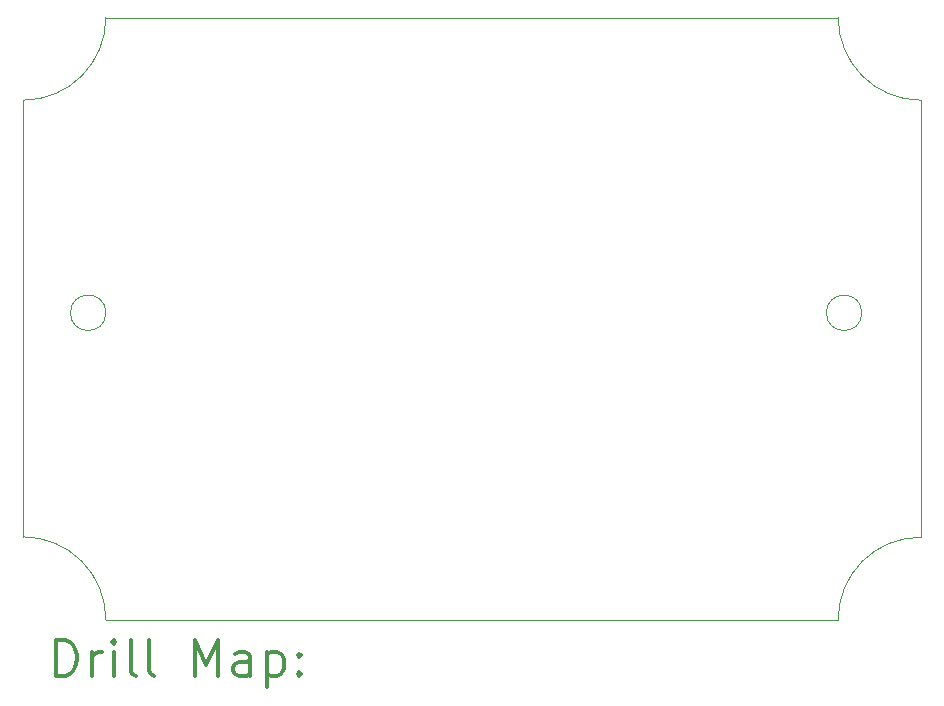
<source format=gbr>
%FSLAX45Y45*%
G04 Gerber Fmt 4.5, Leading zero omitted, Abs format (unit mm)*
G04 Created by KiCad (PCBNEW 5.1.5+dfsg1-2build2) date 2020-11-28 21:48:07*
%MOMM*%
%LPD*%
G04 APERTURE LIST*
%TA.AperFunction,Profile*%
%ADD10C,0.120000*%
%TD*%
%ADD11C,0.200000*%
%ADD12C,0.300000*%
G04 APERTURE END LIST*
D10*
X12514000Y-6774000D02*
G75*
G03X12514000Y-6774000I-150000J0D01*
G01*
X6114000Y-6774000D02*
G75*
G03X6114000Y-6774000I-150000J0D01*
G01*
X13014000Y-8674000D02*
X13014000Y-4974000D01*
X6114000Y-9374000D02*
X12314000Y-9374000D01*
X5414000Y-4974000D02*
X5414000Y-8670994D01*
X6114000Y-4274000D02*
X12314000Y-4274000D01*
X6114000Y-4274000D02*
G75*
G02X5414000Y-4974000I-700000J0D01*
G01*
X13014000Y-4974000D02*
G75*
G02X12314000Y-4274000I0J700000D01*
G01*
X5414000Y-8670994D02*
G75*
G02X6114000Y-9374000I0J-700006D01*
G01*
X12314000Y-9374000D02*
G75*
G02X13014000Y-8674000I697000J3000D01*
G01*
D11*
D12*
X5694428Y-9845714D02*
X5694428Y-9545714D01*
X5765857Y-9545714D01*
X5808714Y-9560000D01*
X5837286Y-9588572D01*
X5851571Y-9617143D01*
X5865857Y-9674286D01*
X5865857Y-9717143D01*
X5851571Y-9774286D01*
X5837286Y-9802857D01*
X5808714Y-9831429D01*
X5765857Y-9845714D01*
X5694428Y-9845714D01*
X5994428Y-9845714D02*
X5994428Y-9645714D01*
X5994428Y-9702857D02*
X6008714Y-9674286D01*
X6023000Y-9660000D01*
X6051571Y-9645714D01*
X6080143Y-9645714D01*
X6180143Y-9845714D02*
X6180143Y-9645714D01*
X6180143Y-9545714D02*
X6165857Y-9560000D01*
X6180143Y-9574286D01*
X6194428Y-9560000D01*
X6180143Y-9545714D01*
X6180143Y-9574286D01*
X6365857Y-9845714D02*
X6337286Y-9831429D01*
X6323000Y-9802857D01*
X6323000Y-9545714D01*
X6523000Y-9845714D02*
X6494428Y-9831429D01*
X6480143Y-9802857D01*
X6480143Y-9545714D01*
X6865857Y-9845714D02*
X6865857Y-9545714D01*
X6965857Y-9760000D01*
X7065857Y-9545714D01*
X7065857Y-9845714D01*
X7337286Y-9845714D02*
X7337286Y-9688572D01*
X7323000Y-9660000D01*
X7294428Y-9645714D01*
X7237286Y-9645714D01*
X7208714Y-9660000D01*
X7337286Y-9831429D02*
X7308714Y-9845714D01*
X7237286Y-9845714D01*
X7208714Y-9831429D01*
X7194428Y-9802857D01*
X7194428Y-9774286D01*
X7208714Y-9745714D01*
X7237286Y-9731429D01*
X7308714Y-9731429D01*
X7337286Y-9717143D01*
X7480143Y-9645714D02*
X7480143Y-9945714D01*
X7480143Y-9660000D02*
X7508714Y-9645714D01*
X7565857Y-9645714D01*
X7594428Y-9660000D01*
X7608714Y-9674286D01*
X7623000Y-9702857D01*
X7623000Y-9788572D01*
X7608714Y-9817143D01*
X7594428Y-9831429D01*
X7565857Y-9845714D01*
X7508714Y-9845714D01*
X7480143Y-9831429D01*
X7751571Y-9817143D02*
X7765857Y-9831429D01*
X7751571Y-9845714D01*
X7737286Y-9831429D01*
X7751571Y-9817143D01*
X7751571Y-9845714D01*
X7751571Y-9660000D02*
X7765857Y-9674286D01*
X7751571Y-9688572D01*
X7737286Y-9674286D01*
X7751571Y-9660000D01*
X7751571Y-9688572D01*
M02*

</source>
